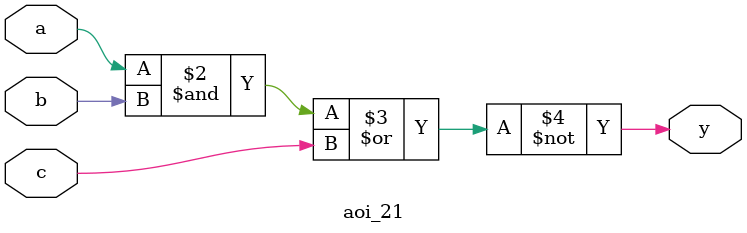
<source format=v>
module aoi_21 (
    input a, b , c,
    output reg y
);
    always @(*) begin
        y = ~((a & b) | c);
    end
endmodule
</source>
